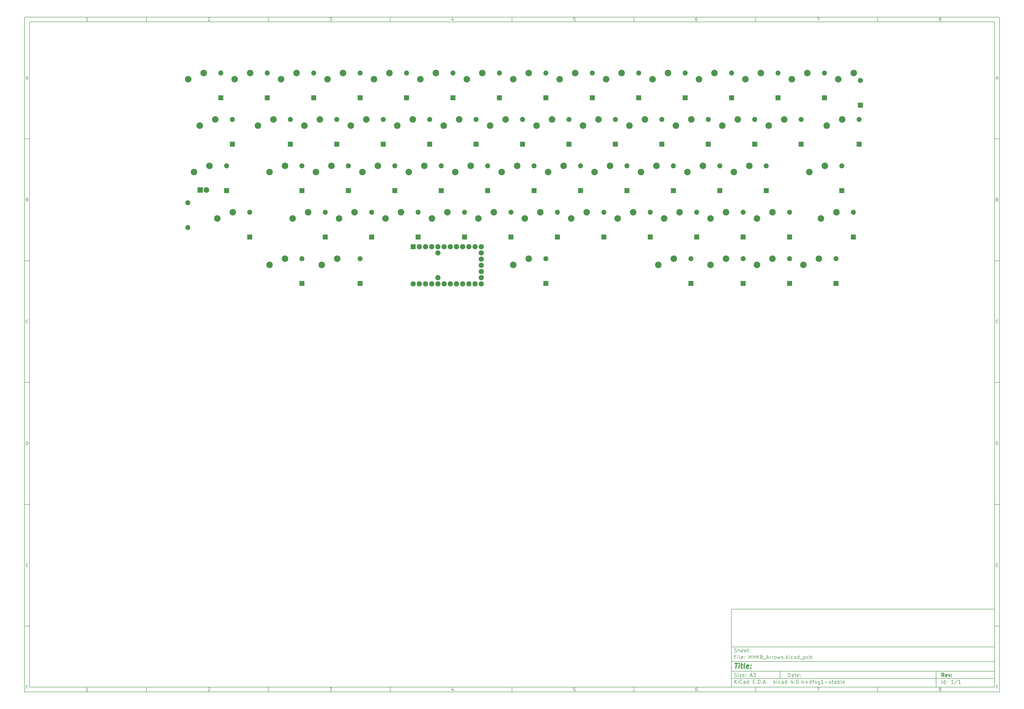
<source format=gbr>
G04 #@! TF.FileFunction,Soldermask,Top*
%FSLAX46Y46*%
G04 Gerber Fmt 4.6, Leading zero omitted, Abs format (unit mm)*
G04 Created by KiCad (PCBNEW 4.0.4+dfsg1-stable) date Tue Nov  8 21:14:36 2016*
%MOMM*%
%LPD*%
G01*
G04 APERTURE LIST*
%ADD10C,0.100000*%
%ADD11C,0.150000*%
%ADD12C,0.300000*%
%ADD13C,0.400000*%
%ADD14C,2.686000*%
%ADD15C,2.051000*%
%ADD16R,2.051000X2.051000*%
%ADD17R,2.152600X2.152600*%
%ADD18C,2.152600*%
%ADD19C,2.305000*%
%ADD20R,2.305000X2.305000*%
G04 APERTURE END LIST*
D10*
D11*
X299989000Y-253002200D02*
X299989000Y-285002200D01*
X407989000Y-285002200D01*
X407989000Y-253002200D01*
X299989000Y-253002200D01*
D10*
D11*
X10000000Y-10000000D02*
X10000000Y-287002200D01*
X409989000Y-287002200D01*
X409989000Y-10000000D01*
X10000000Y-10000000D01*
D10*
D11*
X12000000Y-12000000D02*
X12000000Y-285002200D01*
X407989000Y-285002200D01*
X407989000Y-12000000D01*
X12000000Y-12000000D01*
D10*
D11*
X60000000Y-12000000D02*
X60000000Y-10000000D01*
D10*
D11*
X110000000Y-12000000D02*
X110000000Y-10000000D01*
D10*
D11*
X160000000Y-12000000D02*
X160000000Y-10000000D01*
D10*
D11*
X210000000Y-12000000D02*
X210000000Y-10000000D01*
D10*
D11*
X260000000Y-12000000D02*
X260000000Y-10000000D01*
D10*
D11*
X310000000Y-12000000D02*
X310000000Y-10000000D01*
D10*
D11*
X360000000Y-12000000D02*
X360000000Y-10000000D01*
D10*
D11*
X35990476Y-11588095D02*
X35247619Y-11588095D01*
X35619048Y-11588095D02*
X35619048Y-10288095D01*
X35495238Y-10473810D01*
X35371429Y-10597619D01*
X35247619Y-10659524D01*
D10*
D11*
X85247619Y-10411905D02*
X85309524Y-10350000D01*
X85433333Y-10288095D01*
X85742857Y-10288095D01*
X85866667Y-10350000D01*
X85928571Y-10411905D01*
X85990476Y-10535714D01*
X85990476Y-10659524D01*
X85928571Y-10845238D01*
X85185714Y-11588095D01*
X85990476Y-11588095D01*
D10*
D11*
X135185714Y-10288095D02*
X135990476Y-10288095D01*
X135557143Y-10783333D01*
X135742857Y-10783333D01*
X135866667Y-10845238D01*
X135928571Y-10907143D01*
X135990476Y-11030952D01*
X135990476Y-11340476D01*
X135928571Y-11464286D01*
X135866667Y-11526190D01*
X135742857Y-11588095D01*
X135371429Y-11588095D01*
X135247619Y-11526190D01*
X135185714Y-11464286D01*
D10*
D11*
X185866667Y-10721429D02*
X185866667Y-11588095D01*
X185557143Y-10226190D02*
X185247619Y-11154762D01*
X186052381Y-11154762D01*
D10*
D11*
X235928571Y-10288095D02*
X235309524Y-10288095D01*
X235247619Y-10907143D01*
X235309524Y-10845238D01*
X235433333Y-10783333D01*
X235742857Y-10783333D01*
X235866667Y-10845238D01*
X235928571Y-10907143D01*
X235990476Y-11030952D01*
X235990476Y-11340476D01*
X235928571Y-11464286D01*
X235866667Y-11526190D01*
X235742857Y-11588095D01*
X235433333Y-11588095D01*
X235309524Y-11526190D01*
X235247619Y-11464286D01*
D10*
D11*
X285866667Y-10288095D02*
X285619048Y-10288095D01*
X285495238Y-10350000D01*
X285433333Y-10411905D01*
X285309524Y-10597619D01*
X285247619Y-10845238D01*
X285247619Y-11340476D01*
X285309524Y-11464286D01*
X285371429Y-11526190D01*
X285495238Y-11588095D01*
X285742857Y-11588095D01*
X285866667Y-11526190D01*
X285928571Y-11464286D01*
X285990476Y-11340476D01*
X285990476Y-11030952D01*
X285928571Y-10907143D01*
X285866667Y-10845238D01*
X285742857Y-10783333D01*
X285495238Y-10783333D01*
X285371429Y-10845238D01*
X285309524Y-10907143D01*
X285247619Y-11030952D01*
D10*
D11*
X335185714Y-10288095D02*
X336052381Y-10288095D01*
X335495238Y-11588095D01*
D10*
D11*
X385495238Y-10845238D02*
X385371429Y-10783333D01*
X385309524Y-10721429D01*
X385247619Y-10597619D01*
X385247619Y-10535714D01*
X385309524Y-10411905D01*
X385371429Y-10350000D01*
X385495238Y-10288095D01*
X385742857Y-10288095D01*
X385866667Y-10350000D01*
X385928571Y-10411905D01*
X385990476Y-10535714D01*
X385990476Y-10597619D01*
X385928571Y-10721429D01*
X385866667Y-10783333D01*
X385742857Y-10845238D01*
X385495238Y-10845238D01*
X385371429Y-10907143D01*
X385309524Y-10969048D01*
X385247619Y-11092857D01*
X385247619Y-11340476D01*
X385309524Y-11464286D01*
X385371429Y-11526190D01*
X385495238Y-11588095D01*
X385742857Y-11588095D01*
X385866667Y-11526190D01*
X385928571Y-11464286D01*
X385990476Y-11340476D01*
X385990476Y-11092857D01*
X385928571Y-10969048D01*
X385866667Y-10907143D01*
X385742857Y-10845238D01*
D10*
D11*
X60000000Y-285002200D02*
X60000000Y-287002200D01*
D10*
D11*
X110000000Y-285002200D02*
X110000000Y-287002200D01*
D10*
D11*
X160000000Y-285002200D02*
X160000000Y-287002200D01*
D10*
D11*
X210000000Y-285002200D02*
X210000000Y-287002200D01*
D10*
D11*
X260000000Y-285002200D02*
X260000000Y-287002200D01*
D10*
D11*
X310000000Y-285002200D02*
X310000000Y-287002200D01*
D10*
D11*
X360000000Y-285002200D02*
X360000000Y-287002200D01*
D10*
D11*
X35990476Y-286590295D02*
X35247619Y-286590295D01*
X35619048Y-286590295D02*
X35619048Y-285290295D01*
X35495238Y-285476010D01*
X35371429Y-285599819D01*
X35247619Y-285661724D01*
D10*
D11*
X85247619Y-285414105D02*
X85309524Y-285352200D01*
X85433333Y-285290295D01*
X85742857Y-285290295D01*
X85866667Y-285352200D01*
X85928571Y-285414105D01*
X85990476Y-285537914D01*
X85990476Y-285661724D01*
X85928571Y-285847438D01*
X85185714Y-286590295D01*
X85990476Y-286590295D01*
D10*
D11*
X135185714Y-285290295D02*
X135990476Y-285290295D01*
X135557143Y-285785533D01*
X135742857Y-285785533D01*
X135866667Y-285847438D01*
X135928571Y-285909343D01*
X135990476Y-286033152D01*
X135990476Y-286342676D01*
X135928571Y-286466486D01*
X135866667Y-286528390D01*
X135742857Y-286590295D01*
X135371429Y-286590295D01*
X135247619Y-286528390D01*
X135185714Y-286466486D01*
D10*
D11*
X185866667Y-285723629D02*
X185866667Y-286590295D01*
X185557143Y-285228390D02*
X185247619Y-286156962D01*
X186052381Y-286156962D01*
D10*
D11*
X235928571Y-285290295D02*
X235309524Y-285290295D01*
X235247619Y-285909343D01*
X235309524Y-285847438D01*
X235433333Y-285785533D01*
X235742857Y-285785533D01*
X235866667Y-285847438D01*
X235928571Y-285909343D01*
X235990476Y-286033152D01*
X235990476Y-286342676D01*
X235928571Y-286466486D01*
X235866667Y-286528390D01*
X235742857Y-286590295D01*
X235433333Y-286590295D01*
X235309524Y-286528390D01*
X235247619Y-286466486D01*
D10*
D11*
X285866667Y-285290295D02*
X285619048Y-285290295D01*
X285495238Y-285352200D01*
X285433333Y-285414105D01*
X285309524Y-285599819D01*
X285247619Y-285847438D01*
X285247619Y-286342676D01*
X285309524Y-286466486D01*
X285371429Y-286528390D01*
X285495238Y-286590295D01*
X285742857Y-286590295D01*
X285866667Y-286528390D01*
X285928571Y-286466486D01*
X285990476Y-286342676D01*
X285990476Y-286033152D01*
X285928571Y-285909343D01*
X285866667Y-285847438D01*
X285742857Y-285785533D01*
X285495238Y-285785533D01*
X285371429Y-285847438D01*
X285309524Y-285909343D01*
X285247619Y-286033152D01*
D10*
D11*
X335185714Y-285290295D02*
X336052381Y-285290295D01*
X335495238Y-286590295D01*
D10*
D11*
X385495238Y-285847438D02*
X385371429Y-285785533D01*
X385309524Y-285723629D01*
X385247619Y-285599819D01*
X385247619Y-285537914D01*
X385309524Y-285414105D01*
X385371429Y-285352200D01*
X385495238Y-285290295D01*
X385742857Y-285290295D01*
X385866667Y-285352200D01*
X385928571Y-285414105D01*
X385990476Y-285537914D01*
X385990476Y-285599819D01*
X385928571Y-285723629D01*
X385866667Y-285785533D01*
X385742857Y-285847438D01*
X385495238Y-285847438D01*
X385371429Y-285909343D01*
X385309524Y-285971248D01*
X385247619Y-286095057D01*
X385247619Y-286342676D01*
X385309524Y-286466486D01*
X385371429Y-286528390D01*
X385495238Y-286590295D01*
X385742857Y-286590295D01*
X385866667Y-286528390D01*
X385928571Y-286466486D01*
X385990476Y-286342676D01*
X385990476Y-286095057D01*
X385928571Y-285971248D01*
X385866667Y-285909343D01*
X385742857Y-285847438D01*
D10*
D11*
X10000000Y-60000000D02*
X12000000Y-60000000D01*
D10*
D11*
X10000000Y-110000000D02*
X12000000Y-110000000D01*
D10*
D11*
X10000000Y-160000000D02*
X12000000Y-160000000D01*
D10*
D11*
X10000000Y-210000000D02*
X12000000Y-210000000D01*
D10*
D11*
X10000000Y-260000000D02*
X12000000Y-260000000D01*
D10*
D11*
X10690476Y-35216667D02*
X11309524Y-35216667D01*
X10566667Y-35588095D02*
X11000000Y-34288095D01*
X11433333Y-35588095D01*
D10*
D11*
X11092857Y-84907143D02*
X11278571Y-84969048D01*
X11340476Y-85030952D01*
X11402381Y-85154762D01*
X11402381Y-85340476D01*
X11340476Y-85464286D01*
X11278571Y-85526190D01*
X11154762Y-85588095D01*
X10659524Y-85588095D01*
X10659524Y-84288095D01*
X11092857Y-84288095D01*
X11216667Y-84350000D01*
X11278571Y-84411905D01*
X11340476Y-84535714D01*
X11340476Y-84659524D01*
X11278571Y-84783333D01*
X11216667Y-84845238D01*
X11092857Y-84907143D01*
X10659524Y-84907143D01*
D10*
D11*
X11402381Y-135464286D02*
X11340476Y-135526190D01*
X11154762Y-135588095D01*
X11030952Y-135588095D01*
X10845238Y-135526190D01*
X10721429Y-135402381D01*
X10659524Y-135278571D01*
X10597619Y-135030952D01*
X10597619Y-134845238D01*
X10659524Y-134597619D01*
X10721429Y-134473810D01*
X10845238Y-134350000D01*
X11030952Y-134288095D01*
X11154762Y-134288095D01*
X11340476Y-134350000D01*
X11402381Y-134411905D01*
D10*
D11*
X10659524Y-185588095D02*
X10659524Y-184288095D01*
X10969048Y-184288095D01*
X11154762Y-184350000D01*
X11278571Y-184473810D01*
X11340476Y-184597619D01*
X11402381Y-184845238D01*
X11402381Y-185030952D01*
X11340476Y-185278571D01*
X11278571Y-185402381D01*
X11154762Y-185526190D01*
X10969048Y-185588095D01*
X10659524Y-185588095D01*
D10*
D11*
X10721429Y-234907143D02*
X11154762Y-234907143D01*
X11340476Y-235588095D02*
X10721429Y-235588095D01*
X10721429Y-234288095D01*
X11340476Y-234288095D01*
D10*
D11*
X11185714Y-284907143D02*
X10752381Y-284907143D01*
X10752381Y-285588095D02*
X10752381Y-284288095D01*
X11371428Y-284288095D01*
D10*
D11*
X409989000Y-60000000D02*
X407989000Y-60000000D01*
D10*
D11*
X409989000Y-110000000D02*
X407989000Y-110000000D01*
D10*
D11*
X409989000Y-160000000D02*
X407989000Y-160000000D01*
D10*
D11*
X409989000Y-210000000D02*
X407989000Y-210000000D01*
D10*
D11*
X409989000Y-260000000D02*
X407989000Y-260000000D01*
D10*
D11*
X408679476Y-35216667D02*
X409298524Y-35216667D01*
X408555667Y-35588095D02*
X408989000Y-34288095D01*
X409422333Y-35588095D01*
D10*
D11*
X409081857Y-84907143D02*
X409267571Y-84969048D01*
X409329476Y-85030952D01*
X409391381Y-85154762D01*
X409391381Y-85340476D01*
X409329476Y-85464286D01*
X409267571Y-85526190D01*
X409143762Y-85588095D01*
X408648524Y-85588095D01*
X408648524Y-84288095D01*
X409081857Y-84288095D01*
X409205667Y-84350000D01*
X409267571Y-84411905D01*
X409329476Y-84535714D01*
X409329476Y-84659524D01*
X409267571Y-84783333D01*
X409205667Y-84845238D01*
X409081857Y-84907143D01*
X408648524Y-84907143D01*
D10*
D11*
X409391381Y-135464286D02*
X409329476Y-135526190D01*
X409143762Y-135588095D01*
X409019952Y-135588095D01*
X408834238Y-135526190D01*
X408710429Y-135402381D01*
X408648524Y-135278571D01*
X408586619Y-135030952D01*
X408586619Y-134845238D01*
X408648524Y-134597619D01*
X408710429Y-134473810D01*
X408834238Y-134350000D01*
X409019952Y-134288095D01*
X409143762Y-134288095D01*
X409329476Y-134350000D01*
X409391381Y-134411905D01*
D10*
D11*
X408648524Y-185588095D02*
X408648524Y-184288095D01*
X408958048Y-184288095D01*
X409143762Y-184350000D01*
X409267571Y-184473810D01*
X409329476Y-184597619D01*
X409391381Y-184845238D01*
X409391381Y-185030952D01*
X409329476Y-185278571D01*
X409267571Y-185402381D01*
X409143762Y-185526190D01*
X408958048Y-185588095D01*
X408648524Y-185588095D01*
D10*
D11*
X408710429Y-234907143D02*
X409143762Y-234907143D01*
X409329476Y-235588095D02*
X408710429Y-235588095D01*
X408710429Y-234288095D01*
X409329476Y-234288095D01*
D10*
D11*
X409174714Y-284907143D02*
X408741381Y-284907143D01*
X408741381Y-285588095D02*
X408741381Y-284288095D01*
X409360428Y-284288095D01*
D10*
D11*
X323346143Y-280780771D02*
X323346143Y-279280771D01*
X323703286Y-279280771D01*
X323917571Y-279352200D01*
X324060429Y-279495057D01*
X324131857Y-279637914D01*
X324203286Y-279923629D01*
X324203286Y-280137914D01*
X324131857Y-280423629D01*
X324060429Y-280566486D01*
X323917571Y-280709343D01*
X323703286Y-280780771D01*
X323346143Y-280780771D01*
X325489000Y-280780771D02*
X325489000Y-279995057D01*
X325417571Y-279852200D01*
X325274714Y-279780771D01*
X324989000Y-279780771D01*
X324846143Y-279852200D01*
X325489000Y-280709343D02*
X325346143Y-280780771D01*
X324989000Y-280780771D01*
X324846143Y-280709343D01*
X324774714Y-280566486D01*
X324774714Y-280423629D01*
X324846143Y-280280771D01*
X324989000Y-280209343D01*
X325346143Y-280209343D01*
X325489000Y-280137914D01*
X325989000Y-279780771D02*
X326560429Y-279780771D01*
X326203286Y-279280771D02*
X326203286Y-280566486D01*
X326274714Y-280709343D01*
X326417572Y-280780771D01*
X326560429Y-280780771D01*
X327631857Y-280709343D02*
X327489000Y-280780771D01*
X327203286Y-280780771D01*
X327060429Y-280709343D01*
X326989000Y-280566486D01*
X326989000Y-279995057D01*
X327060429Y-279852200D01*
X327203286Y-279780771D01*
X327489000Y-279780771D01*
X327631857Y-279852200D01*
X327703286Y-279995057D01*
X327703286Y-280137914D01*
X326989000Y-280280771D01*
X328346143Y-280637914D02*
X328417571Y-280709343D01*
X328346143Y-280780771D01*
X328274714Y-280709343D01*
X328346143Y-280637914D01*
X328346143Y-280780771D01*
X328346143Y-279852200D02*
X328417571Y-279923629D01*
X328346143Y-279995057D01*
X328274714Y-279923629D01*
X328346143Y-279852200D01*
X328346143Y-279995057D01*
D10*
D11*
X299989000Y-281502200D02*
X407989000Y-281502200D01*
D10*
D11*
X301346143Y-283580771D02*
X301346143Y-282080771D01*
X302203286Y-283580771D02*
X301560429Y-282723629D01*
X302203286Y-282080771D02*
X301346143Y-282937914D01*
X302846143Y-283580771D02*
X302846143Y-282580771D01*
X302846143Y-282080771D02*
X302774714Y-282152200D01*
X302846143Y-282223629D01*
X302917571Y-282152200D01*
X302846143Y-282080771D01*
X302846143Y-282223629D01*
X304417572Y-283437914D02*
X304346143Y-283509343D01*
X304131857Y-283580771D01*
X303989000Y-283580771D01*
X303774715Y-283509343D01*
X303631857Y-283366486D01*
X303560429Y-283223629D01*
X303489000Y-282937914D01*
X303489000Y-282723629D01*
X303560429Y-282437914D01*
X303631857Y-282295057D01*
X303774715Y-282152200D01*
X303989000Y-282080771D01*
X304131857Y-282080771D01*
X304346143Y-282152200D01*
X304417572Y-282223629D01*
X305703286Y-283580771D02*
X305703286Y-282795057D01*
X305631857Y-282652200D01*
X305489000Y-282580771D01*
X305203286Y-282580771D01*
X305060429Y-282652200D01*
X305703286Y-283509343D02*
X305560429Y-283580771D01*
X305203286Y-283580771D01*
X305060429Y-283509343D01*
X304989000Y-283366486D01*
X304989000Y-283223629D01*
X305060429Y-283080771D01*
X305203286Y-283009343D01*
X305560429Y-283009343D01*
X305703286Y-282937914D01*
X307060429Y-283580771D02*
X307060429Y-282080771D01*
X307060429Y-283509343D02*
X306917572Y-283580771D01*
X306631858Y-283580771D01*
X306489000Y-283509343D01*
X306417572Y-283437914D01*
X306346143Y-283295057D01*
X306346143Y-282866486D01*
X306417572Y-282723629D01*
X306489000Y-282652200D01*
X306631858Y-282580771D01*
X306917572Y-282580771D01*
X307060429Y-282652200D01*
X308917572Y-282795057D02*
X309417572Y-282795057D01*
X309631858Y-283580771D02*
X308917572Y-283580771D01*
X308917572Y-282080771D01*
X309631858Y-282080771D01*
X310274715Y-283437914D02*
X310346143Y-283509343D01*
X310274715Y-283580771D01*
X310203286Y-283509343D01*
X310274715Y-283437914D01*
X310274715Y-283580771D01*
X310989001Y-283580771D02*
X310989001Y-282080771D01*
X311346144Y-282080771D01*
X311560429Y-282152200D01*
X311703287Y-282295057D01*
X311774715Y-282437914D01*
X311846144Y-282723629D01*
X311846144Y-282937914D01*
X311774715Y-283223629D01*
X311703287Y-283366486D01*
X311560429Y-283509343D01*
X311346144Y-283580771D01*
X310989001Y-283580771D01*
X312489001Y-283437914D02*
X312560429Y-283509343D01*
X312489001Y-283580771D01*
X312417572Y-283509343D01*
X312489001Y-283437914D01*
X312489001Y-283580771D01*
X313131858Y-283152200D02*
X313846144Y-283152200D01*
X312989001Y-283580771D02*
X313489001Y-282080771D01*
X313989001Y-283580771D01*
X314489001Y-283437914D02*
X314560429Y-283509343D01*
X314489001Y-283580771D01*
X314417572Y-283509343D01*
X314489001Y-283437914D01*
X314489001Y-283580771D01*
X317489001Y-283580771D02*
X317489001Y-282080771D01*
X317631858Y-283009343D02*
X318060429Y-283580771D01*
X318060429Y-282580771D02*
X317489001Y-283152200D01*
X318703287Y-283580771D02*
X318703287Y-282580771D01*
X318703287Y-282080771D02*
X318631858Y-282152200D01*
X318703287Y-282223629D01*
X318774715Y-282152200D01*
X318703287Y-282080771D01*
X318703287Y-282223629D01*
X320060430Y-283509343D02*
X319917573Y-283580771D01*
X319631859Y-283580771D01*
X319489001Y-283509343D01*
X319417573Y-283437914D01*
X319346144Y-283295057D01*
X319346144Y-282866486D01*
X319417573Y-282723629D01*
X319489001Y-282652200D01*
X319631859Y-282580771D01*
X319917573Y-282580771D01*
X320060430Y-282652200D01*
X321346144Y-283580771D02*
X321346144Y-282795057D01*
X321274715Y-282652200D01*
X321131858Y-282580771D01*
X320846144Y-282580771D01*
X320703287Y-282652200D01*
X321346144Y-283509343D02*
X321203287Y-283580771D01*
X320846144Y-283580771D01*
X320703287Y-283509343D01*
X320631858Y-283366486D01*
X320631858Y-283223629D01*
X320703287Y-283080771D01*
X320846144Y-283009343D01*
X321203287Y-283009343D01*
X321346144Y-282937914D01*
X322703287Y-283580771D02*
X322703287Y-282080771D01*
X322703287Y-283509343D02*
X322560430Y-283580771D01*
X322274716Y-283580771D01*
X322131858Y-283509343D01*
X322060430Y-283437914D01*
X321989001Y-283295057D01*
X321989001Y-282866486D01*
X322060430Y-282723629D01*
X322131858Y-282652200D01*
X322274716Y-282580771D01*
X322560430Y-282580771D01*
X322703287Y-282652200D01*
X325203287Y-282580771D02*
X325203287Y-283580771D01*
X324846144Y-282009343D02*
X324489001Y-283080771D01*
X325417573Y-283080771D01*
X325989001Y-283437914D02*
X326060429Y-283509343D01*
X325989001Y-283580771D01*
X325917572Y-283509343D01*
X325989001Y-283437914D01*
X325989001Y-283580771D01*
X326989001Y-282080771D02*
X327131858Y-282080771D01*
X327274715Y-282152200D01*
X327346144Y-282223629D01*
X327417573Y-282366486D01*
X327489001Y-282652200D01*
X327489001Y-283009343D01*
X327417573Y-283295057D01*
X327346144Y-283437914D01*
X327274715Y-283509343D01*
X327131858Y-283580771D01*
X326989001Y-283580771D01*
X326846144Y-283509343D01*
X326774715Y-283437914D01*
X326703287Y-283295057D01*
X326631858Y-283009343D01*
X326631858Y-282652200D01*
X326703287Y-282366486D01*
X326774715Y-282223629D01*
X326846144Y-282152200D01*
X326989001Y-282080771D01*
X328131858Y-283437914D02*
X328203286Y-283509343D01*
X328131858Y-283580771D01*
X328060429Y-283509343D01*
X328131858Y-283437914D01*
X328131858Y-283580771D01*
X329489001Y-282580771D02*
X329489001Y-283580771D01*
X329131858Y-282009343D02*
X328774715Y-283080771D01*
X329703287Y-283080771D01*
X330274715Y-283009343D02*
X331417572Y-283009343D01*
X330846143Y-283580771D02*
X330846143Y-282437914D01*
X332774715Y-283580771D02*
X332774715Y-282080771D01*
X332774715Y-283509343D02*
X332631858Y-283580771D01*
X332346144Y-283580771D01*
X332203286Y-283509343D01*
X332131858Y-283437914D01*
X332060429Y-283295057D01*
X332060429Y-282866486D01*
X332131858Y-282723629D01*
X332203286Y-282652200D01*
X332346144Y-282580771D01*
X332631858Y-282580771D01*
X332774715Y-282652200D01*
X333274715Y-282580771D02*
X333846144Y-282580771D01*
X333489001Y-283580771D02*
X333489001Y-282295057D01*
X333560429Y-282152200D01*
X333703287Y-282080771D01*
X333846144Y-282080771D01*
X334274715Y-283509343D02*
X334417572Y-283580771D01*
X334703287Y-283580771D01*
X334846144Y-283509343D01*
X334917572Y-283366486D01*
X334917572Y-283295057D01*
X334846144Y-283152200D01*
X334703287Y-283080771D01*
X334489001Y-283080771D01*
X334346144Y-283009343D01*
X334274715Y-282866486D01*
X334274715Y-282795057D01*
X334346144Y-282652200D01*
X334489001Y-282580771D01*
X334703287Y-282580771D01*
X334846144Y-282652200D01*
X336203287Y-282580771D02*
X336203287Y-283795057D01*
X336131858Y-283937914D01*
X336060430Y-284009343D01*
X335917573Y-284080771D01*
X335703287Y-284080771D01*
X335560430Y-284009343D01*
X336203287Y-283509343D02*
X336060430Y-283580771D01*
X335774716Y-283580771D01*
X335631858Y-283509343D01*
X335560430Y-283437914D01*
X335489001Y-283295057D01*
X335489001Y-282866486D01*
X335560430Y-282723629D01*
X335631858Y-282652200D01*
X335774716Y-282580771D01*
X336060430Y-282580771D01*
X336203287Y-282652200D01*
X337703287Y-283580771D02*
X336846144Y-283580771D01*
X337274716Y-283580771D02*
X337274716Y-282080771D01*
X337131859Y-282295057D01*
X336989001Y-282437914D01*
X336846144Y-282509343D01*
X338346144Y-283009343D02*
X339489001Y-283009343D01*
X340131858Y-283509343D02*
X340274715Y-283580771D01*
X340560430Y-283580771D01*
X340703287Y-283509343D01*
X340774715Y-283366486D01*
X340774715Y-283295057D01*
X340703287Y-283152200D01*
X340560430Y-283080771D01*
X340346144Y-283080771D01*
X340203287Y-283009343D01*
X340131858Y-282866486D01*
X340131858Y-282795057D01*
X340203287Y-282652200D01*
X340346144Y-282580771D01*
X340560430Y-282580771D01*
X340703287Y-282652200D01*
X341203287Y-282580771D02*
X341774716Y-282580771D01*
X341417573Y-282080771D02*
X341417573Y-283366486D01*
X341489001Y-283509343D01*
X341631859Y-283580771D01*
X341774716Y-283580771D01*
X342917573Y-283580771D02*
X342917573Y-282795057D01*
X342846144Y-282652200D01*
X342703287Y-282580771D01*
X342417573Y-282580771D01*
X342274716Y-282652200D01*
X342917573Y-283509343D02*
X342774716Y-283580771D01*
X342417573Y-283580771D01*
X342274716Y-283509343D01*
X342203287Y-283366486D01*
X342203287Y-283223629D01*
X342274716Y-283080771D01*
X342417573Y-283009343D01*
X342774716Y-283009343D01*
X342917573Y-282937914D01*
X343631859Y-283580771D02*
X343631859Y-282080771D01*
X343631859Y-282652200D02*
X343774716Y-282580771D01*
X344060430Y-282580771D01*
X344203287Y-282652200D01*
X344274716Y-282723629D01*
X344346145Y-282866486D01*
X344346145Y-283295057D01*
X344274716Y-283437914D01*
X344203287Y-283509343D01*
X344060430Y-283580771D01*
X343774716Y-283580771D01*
X343631859Y-283509343D01*
X345203288Y-283580771D02*
X345060430Y-283509343D01*
X344989002Y-283366486D01*
X344989002Y-282080771D01*
X346346144Y-283509343D02*
X346203287Y-283580771D01*
X345917573Y-283580771D01*
X345774716Y-283509343D01*
X345703287Y-283366486D01*
X345703287Y-282795057D01*
X345774716Y-282652200D01*
X345917573Y-282580771D01*
X346203287Y-282580771D01*
X346346144Y-282652200D01*
X346417573Y-282795057D01*
X346417573Y-282937914D01*
X345703287Y-283080771D01*
D10*
D11*
X299989000Y-278502200D02*
X407989000Y-278502200D01*
D10*
D12*
X387203286Y-280780771D02*
X386703286Y-280066486D01*
X386346143Y-280780771D02*
X386346143Y-279280771D01*
X386917571Y-279280771D01*
X387060429Y-279352200D01*
X387131857Y-279423629D01*
X387203286Y-279566486D01*
X387203286Y-279780771D01*
X387131857Y-279923629D01*
X387060429Y-279995057D01*
X386917571Y-280066486D01*
X386346143Y-280066486D01*
X388417571Y-280709343D02*
X388274714Y-280780771D01*
X387989000Y-280780771D01*
X387846143Y-280709343D01*
X387774714Y-280566486D01*
X387774714Y-279995057D01*
X387846143Y-279852200D01*
X387989000Y-279780771D01*
X388274714Y-279780771D01*
X388417571Y-279852200D01*
X388489000Y-279995057D01*
X388489000Y-280137914D01*
X387774714Y-280280771D01*
X388989000Y-279780771D02*
X389346143Y-280780771D01*
X389703285Y-279780771D01*
X390274714Y-280637914D02*
X390346142Y-280709343D01*
X390274714Y-280780771D01*
X390203285Y-280709343D01*
X390274714Y-280637914D01*
X390274714Y-280780771D01*
X390274714Y-279852200D02*
X390346142Y-279923629D01*
X390274714Y-279995057D01*
X390203285Y-279923629D01*
X390274714Y-279852200D01*
X390274714Y-279995057D01*
D10*
D11*
X301274714Y-280709343D02*
X301489000Y-280780771D01*
X301846143Y-280780771D01*
X301989000Y-280709343D01*
X302060429Y-280637914D01*
X302131857Y-280495057D01*
X302131857Y-280352200D01*
X302060429Y-280209343D01*
X301989000Y-280137914D01*
X301846143Y-280066486D01*
X301560429Y-279995057D01*
X301417571Y-279923629D01*
X301346143Y-279852200D01*
X301274714Y-279709343D01*
X301274714Y-279566486D01*
X301346143Y-279423629D01*
X301417571Y-279352200D01*
X301560429Y-279280771D01*
X301917571Y-279280771D01*
X302131857Y-279352200D01*
X302774714Y-280780771D02*
X302774714Y-279780771D01*
X302774714Y-279280771D02*
X302703285Y-279352200D01*
X302774714Y-279423629D01*
X302846142Y-279352200D01*
X302774714Y-279280771D01*
X302774714Y-279423629D01*
X303346143Y-279780771D02*
X304131857Y-279780771D01*
X303346143Y-280780771D01*
X304131857Y-280780771D01*
X305274714Y-280709343D02*
X305131857Y-280780771D01*
X304846143Y-280780771D01*
X304703286Y-280709343D01*
X304631857Y-280566486D01*
X304631857Y-279995057D01*
X304703286Y-279852200D01*
X304846143Y-279780771D01*
X305131857Y-279780771D01*
X305274714Y-279852200D01*
X305346143Y-279995057D01*
X305346143Y-280137914D01*
X304631857Y-280280771D01*
X305989000Y-280637914D02*
X306060428Y-280709343D01*
X305989000Y-280780771D01*
X305917571Y-280709343D01*
X305989000Y-280637914D01*
X305989000Y-280780771D01*
X305989000Y-279852200D02*
X306060428Y-279923629D01*
X305989000Y-279995057D01*
X305917571Y-279923629D01*
X305989000Y-279852200D01*
X305989000Y-279995057D01*
X307774714Y-280352200D02*
X308489000Y-280352200D01*
X307631857Y-280780771D02*
X308131857Y-279280771D01*
X308631857Y-280780771D01*
X308989000Y-279280771D02*
X309917571Y-279280771D01*
X309417571Y-279852200D01*
X309631857Y-279852200D01*
X309774714Y-279923629D01*
X309846143Y-279995057D01*
X309917571Y-280137914D01*
X309917571Y-280495057D01*
X309846143Y-280637914D01*
X309774714Y-280709343D01*
X309631857Y-280780771D01*
X309203285Y-280780771D01*
X309060428Y-280709343D01*
X308989000Y-280637914D01*
D10*
D11*
X386346143Y-283580771D02*
X386346143Y-282080771D01*
X387703286Y-283580771D02*
X387703286Y-282080771D01*
X387703286Y-283509343D02*
X387560429Y-283580771D01*
X387274715Y-283580771D01*
X387131857Y-283509343D01*
X387060429Y-283437914D01*
X386989000Y-283295057D01*
X386989000Y-282866486D01*
X387060429Y-282723629D01*
X387131857Y-282652200D01*
X387274715Y-282580771D01*
X387560429Y-282580771D01*
X387703286Y-282652200D01*
X388417572Y-283437914D02*
X388489000Y-283509343D01*
X388417572Y-283580771D01*
X388346143Y-283509343D01*
X388417572Y-283437914D01*
X388417572Y-283580771D01*
X388417572Y-282652200D02*
X388489000Y-282723629D01*
X388417572Y-282795057D01*
X388346143Y-282723629D01*
X388417572Y-282652200D01*
X388417572Y-282795057D01*
X391060429Y-283580771D02*
X390203286Y-283580771D01*
X390631858Y-283580771D02*
X390631858Y-282080771D01*
X390489001Y-282295057D01*
X390346143Y-282437914D01*
X390203286Y-282509343D01*
X392774714Y-282009343D02*
X391489000Y-283937914D01*
X394060429Y-283580771D02*
X393203286Y-283580771D01*
X393631858Y-283580771D02*
X393631858Y-282080771D01*
X393489001Y-282295057D01*
X393346143Y-282437914D01*
X393203286Y-282509343D01*
D10*
D11*
X299989000Y-274502200D02*
X407989000Y-274502200D01*
D10*
D13*
X301441381Y-275206962D02*
X302584238Y-275206962D01*
X301762810Y-277206962D02*
X302012810Y-275206962D01*
X303000905Y-277206962D02*
X303167571Y-275873629D01*
X303250905Y-275206962D02*
X303143762Y-275302200D01*
X303227095Y-275397438D01*
X303334239Y-275302200D01*
X303250905Y-275206962D01*
X303227095Y-275397438D01*
X303834238Y-275873629D02*
X304596143Y-275873629D01*
X304203286Y-275206962D02*
X303989000Y-276921248D01*
X304060430Y-277111724D01*
X304239001Y-277206962D01*
X304429477Y-277206962D01*
X305381858Y-277206962D02*
X305203287Y-277111724D01*
X305131857Y-276921248D01*
X305346143Y-275206962D01*
X306917572Y-277111724D02*
X306715191Y-277206962D01*
X306334239Y-277206962D01*
X306155667Y-277111724D01*
X306084238Y-276921248D01*
X306179476Y-276159343D01*
X306298524Y-275968867D01*
X306500905Y-275873629D01*
X306881857Y-275873629D01*
X307060429Y-275968867D01*
X307131857Y-276159343D01*
X307108048Y-276349819D01*
X306131857Y-276540295D01*
X307881857Y-277016486D02*
X307965192Y-277111724D01*
X307858048Y-277206962D01*
X307774715Y-277111724D01*
X307881857Y-277016486D01*
X307858048Y-277206962D01*
X308012810Y-275968867D02*
X308096144Y-276064105D01*
X307989000Y-276159343D01*
X307905667Y-276064105D01*
X308012810Y-275968867D01*
X307989000Y-276159343D01*
D10*
D11*
X301846143Y-272595057D02*
X301346143Y-272595057D01*
X301346143Y-273380771D02*
X301346143Y-271880771D01*
X302060429Y-271880771D01*
X302631857Y-273380771D02*
X302631857Y-272380771D01*
X302631857Y-271880771D02*
X302560428Y-271952200D01*
X302631857Y-272023629D01*
X302703285Y-271952200D01*
X302631857Y-271880771D01*
X302631857Y-272023629D01*
X303560429Y-273380771D02*
X303417571Y-273309343D01*
X303346143Y-273166486D01*
X303346143Y-271880771D01*
X304703285Y-273309343D02*
X304560428Y-273380771D01*
X304274714Y-273380771D01*
X304131857Y-273309343D01*
X304060428Y-273166486D01*
X304060428Y-272595057D01*
X304131857Y-272452200D01*
X304274714Y-272380771D01*
X304560428Y-272380771D01*
X304703285Y-272452200D01*
X304774714Y-272595057D01*
X304774714Y-272737914D01*
X304060428Y-272880771D01*
X305417571Y-273237914D02*
X305488999Y-273309343D01*
X305417571Y-273380771D01*
X305346142Y-273309343D01*
X305417571Y-273237914D01*
X305417571Y-273380771D01*
X305417571Y-272452200D02*
X305488999Y-272523629D01*
X305417571Y-272595057D01*
X305346142Y-272523629D01*
X305417571Y-272452200D01*
X305417571Y-272595057D01*
X307274714Y-273380771D02*
X307274714Y-271880771D01*
X307274714Y-272595057D02*
X308131857Y-272595057D01*
X308131857Y-273380771D02*
X308131857Y-271880771D01*
X308846143Y-273380771D02*
X308846143Y-271880771D01*
X308846143Y-272595057D02*
X309703286Y-272595057D01*
X309703286Y-273380771D02*
X309703286Y-271880771D01*
X310417572Y-273380771D02*
X310417572Y-271880771D01*
X311274715Y-273380771D02*
X310631858Y-272523629D01*
X311274715Y-271880771D02*
X310417572Y-272737914D01*
X312417572Y-272595057D02*
X312631858Y-272666486D01*
X312703286Y-272737914D01*
X312774715Y-272880771D01*
X312774715Y-273095057D01*
X312703286Y-273237914D01*
X312631858Y-273309343D01*
X312489000Y-273380771D01*
X311917572Y-273380771D01*
X311917572Y-271880771D01*
X312417572Y-271880771D01*
X312560429Y-271952200D01*
X312631858Y-272023629D01*
X312703286Y-272166486D01*
X312703286Y-272309343D01*
X312631858Y-272452200D01*
X312560429Y-272523629D01*
X312417572Y-272595057D01*
X311917572Y-272595057D01*
X313060429Y-273523629D02*
X314203286Y-273523629D01*
X314489000Y-272952200D02*
X315203286Y-272952200D01*
X314346143Y-273380771D02*
X314846143Y-271880771D01*
X315346143Y-273380771D01*
X315846143Y-273380771D02*
X315846143Y-272380771D01*
X315846143Y-272666486D02*
X315917571Y-272523629D01*
X315989000Y-272452200D01*
X316131857Y-272380771D01*
X316274714Y-272380771D01*
X316774714Y-273380771D02*
X316774714Y-272380771D01*
X316774714Y-272666486D02*
X316846142Y-272523629D01*
X316917571Y-272452200D01*
X317060428Y-272380771D01*
X317203285Y-272380771D01*
X317917571Y-273380771D02*
X317774713Y-273309343D01*
X317703285Y-273237914D01*
X317631856Y-273095057D01*
X317631856Y-272666486D01*
X317703285Y-272523629D01*
X317774713Y-272452200D01*
X317917571Y-272380771D01*
X318131856Y-272380771D01*
X318274713Y-272452200D01*
X318346142Y-272523629D01*
X318417571Y-272666486D01*
X318417571Y-273095057D01*
X318346142Y-273237914D01*
X318274713Y-273309343D01*
X318131856Y-273380771D01*
X317917571Y-273380771D01*
X318917571Y-272380771D02*
X319203285Y-273380771D01*
X319488999Y-272666486D01*
X319774714Y-273380771D01*
X320060428Y-272380771D01*
X320560428Y-273309343D02*
X320703285Y-273380771D01*
X320989000Y-273380771D01*
X321131857Y-273309343D01*
X321203285Y-273166486D01*
X321203285Y-273095057D01*
X321131857Y-272952200D01*
X320989000Y-272880771D01*
X320774714Y-272880771D01*
X320631857Y-272809343D01*
X320560428Y-272666486D01*
X320560428Y-272595057D01*
X320631857Y-272452200D01*
X320774714Y-272380771D01*
X320989000Y-272380771D01*
X321131857Y-272452200D01*
X321846143Y-273237914D02*
X321917571Y-273309343D01*
X321846143Y-273380771D01*
X321774714Y-273309343D01*
X321846143Y-273237914D01*
X321846143Y-273380771D01*
X322560429Y-273380771D02*
X322560429Y-271880771D01*
X322703286Y-272809343D02*
X323131857Y-273380771D01*
X323131857Y-272380771D02*
X322560429Y-272952200D01*
X323774715Y-273380771D02*
X323774715Y-272380771D01*
X323774715Y-271880771D02*
X323703286Y-271952200D01*
X323774715Y-272023629D01*
X323846143Y-271952200D01*
X323774715Y-271880771D01*
X323774715Y-272023629D01*
X325131858Y-273309343D02*
X324989001Y-273380771D01*
X324703287Y-273380771D01*
X324560429Y-273309343D01*
X324489001Y-273237914D01*
X324417572Y-273095057D01*
X324417572Y-272666486D01*
X324489001Y-272523629D01*
X324560429Y-272452200D01*
X324703287Y-272380771D01*
X324989001Y-272380771D01*
X325131858Y-272452200D01*
X326417572Y-273380771D02*
X326417572Y-272595057D01*
X326346143Y-272452200D01*
X326203286Y-272380771D01*
X325917572Y-272380771D01*
X325774715Y-272452200D01*
X326417572Y-273309343D02*
X326274715Y-273380771D01*
X325917572Y-273380771D01*
X325774715Y-273309343D01*
X325703286Y-273166486D01*
X325703286Y-273023629D01*
X325774715Y-272880771D01*
X325917572Y-272809343D01*
X326274715Y-272809343D01*
X326417572Y-272737914D01*
X327774715Y-273380771D02*
X327774715Y-271880771D01*
X327774715Y-273309343D02*
X327631858Y-273380771D01*
X327346144Y-273380771D01*
X327203286Y-273309343D01*
X327131858Y-273237914D01*
X327060429Y-273095057D01*
X327060429Y-272666486D01*
X327131858Y-272523629D01*
X327203286Y-272452200D01*
X327346144Y-272380771D01*
X327631858Y-272380771D01*
X327774715Y-272452200D01*
X328131858Y-273523629D02*
X329274715Y-273523629D01*
X329631858Y-272380771D02*
X329631858Y-273880771D01*
X329631858Y-272452200D02*
X329774715Y-272380771D01*
X330060429Y-272380771D01*
X330203286Y-272452200D01*
X330274715Y-272523629D01*
X330346144Y-272666486D01*
X330346144Y-273095057D01*
X330274715Y-273237914D01*
X330203286Y-273309343D01*
X330060429Y-273380771D01*
X329774715Y-273380771D01*
X329631858Y-273309343D01*
X331631858Y-273309343D02*
X331489001Y-273380771D01*
X331203287Y-273380771D01*
X331060429Y-273309343D01*
X330989001Y-273237914D01*
X330917572Y-273095057D01*
X330917572Y-272666486D01*
X330989001Y-272523629D01*
X331060429Y-272452200D01*
X331203287Y-272380771D01*
X331489001Y-272380771D01*
X331631858Y-272452200D01*
X332274715Y-273380771D02*
X332274715Y-271880771D01*
X332274715Y-272452200D02*
X332417572Y-272380771D01*
X332703286Y-272380771D01*
X332846143Y-272452200D01*
X332917572Y-272523629D01*
X332989001Y-272666486D01*
X332989001Y-273095057D01*
X332917572Y-273237914D01*
X332846143Y-273309343D01*
X332703286Y-273380771D01*
X332417572Y-273380771D01*
X332274715Y-273309343D01*
D10*
D11*
X299989000Y-268502200D02*
X407989000Y-268502200D01*
D10*
D11*
X301274714Y-270609343D02*
X301489000Y-270680771D01*
X301846143Y-270680771D01*
X301989000Y-270609343D01*
X302060429Y-270537914D01*
X302131857Y-270395057D01*
X302131857Y-270252200D01*
X302060429Y-270109343D01*
X301989000Y-270037914D01*
X301846143Y-269966486D01*
X301560429Y-269895057D01*
X301417571Y-269823629D01*
X301346143Y-269752200D01*
X301274714Y-269609343D01*
X301274714Y-269466486D01*
X301346143Y-269323629D01*
X301417571Y-269252200D01*
X301560429Y-269180771D01*
X301917571Y-269180771D01*
X302131857Y-269252200D01*
X302774714Y-270680771D02*
X302774714Y-269180771D01*
X303417571Y-270680771D02*
X303417571Y-269895057D01*
X303346142Y-269752200D01*
X303203285Y-269680771D01*
X302989000Y-269680771D01*
X302846142Y-269752200D01*
X302774714Y-269823629D01*
X304703285Y-270609343D02*
X304560428Y-270680771D01*
X304274714Y-270680771D01*
X304131857Y-270609343D01*
X304060428Y-270466486D01*
X304060428Y-269895057D01*
X304131857Y-269752200D01*
X304274714Y-269680771D01*
X304560428Y-269680771D01*
X304703285Y-269752200D01*
X304774714Y-269895057D01*
X304774714Y-270037914D01*
X304060428Y-270180771D01*
X305988999Y-270609343D02*
X305846142Y-270680771D01*
X305560428Y-270680771D01*
X305417571Y-270609343D01*
X305346142Y-270466486D01*
X305346142Y-269895057D01*
X305417571Y-269752200D01*
X305560428Y-269680771D01*
X305846142Y-269680771D01*
X305988999Y-269752200D01*
X306060428Y-269895057D01*
X306060428Y-270037914D01*
X305346142Y-270180771D01*
X306488999Y-269680771D02*
X307060428Y-269680771D01*
X306703285Y-269180771D02*
X306703285Y-270466486D01*
X306774713Y-270609343D01*
X306917571Y-270680771D01*
X307060428Y-270680771D01*
X307560428Y-270537914D02*
X307631856Y-270609343D01*
X307560428Y-270680771D01*
X307488999Y-270609343D01*
X307560428Y-270537914D01*
X307560428Y-270680771D01*
X307560428Y-269752200D02*
X307631856Y-269823629D01*
X307560428Y-269895057D01*
X307488999Y-269823629D01*
X307560428Y-269752200D01*
X307560428Y-269895057D01*
D10*
D11*
X319989000Y-278502200D02*
X319989000Y-281502200D01*
D10*
D11*
X383989000Y-278502200D02*
X383989000Y-285002200D01*
D14*
X85883750Y-71120000D03*
X79533750Y-73660000D03*
X216852500Y-109220000D03*
X210502500Y-111760000D03*
D15*
X147637500Y-109220000D03*
D16*
X147637500Y-119380000D03*
D14*
X95408750Y-90170000D03*
X89058750Y-92710000D03*
D15*
X342900000Y-109220000D03*
D16*
X342900000Y-119380000D03*
D15*
X323850000Y-109220000D03*
D16*
X323850000Y-119380000D03*
D15*
X304800000Y-109220000D03*
D16*
X304800000Y-119380000D03*
D15*
X283368750Y-109220000D03*
D16*
X283368750Y-119380000D03*
D15*
X223837500Y-109220000D03*
D16*
X223837500Y-119380000D03*
D15*
X123825000Y-109220000D03*
D16*
X123825000Y-119380000D03*
D15*
X285750000Y-90170000D03*
D16*
X285750000Y-100330000D03*
D15*
X350043750Y-90170000D03*
D16*
X350043750Y-100330000D03*
D15*
X323850000Y-90170000D03*
D16*
X323850000Y-100330000D03*
D15*
X304800000Y-90170000D03*
D16*
X304800000Y-100330000D03*
D15*
X266700000Y-90170000D03*
D16*
X266700000Y-100330000D03*
D15*
X247650000Y-90170000D03*
D16*
X247650000Y-100330000D03*
D15*
X228600000Y-90170000D03*
D16*
X228600000Y-100330000D03*
D15*
X209550000Y-90170000D03*
D16*
X209550000Y-100330000D03*
D15*
X190500000Y-90170000D03*
D16*
X190500000Y-100330000D03*
D15*
X171450000Y-90170000D03*
D16*
X171450000Y-100330000D03*
D15*
X152400000Y-90170000D03*
D16*
X152400000Y-100330000D03*
D15*
X133350000Y-90170000D03*
D16*
X133350000Y-100330000D03*
D15*
X102393750Y-90170000D03*
D16*
X102393750Y-100330000D03*
D15*
X345281250Y-71120000D03*
D16*
X345281250Y-81280000D03*
D15*
X314325000Y-71120000D03*
D16*
X314325000Y-81280000D03*
D15*
X295275000Y-71120000D03*
D16*
X295275000Y-81280000D03*
D15*
X276225000Y-71120000D03*
D16*
X276225000Y-81280000D03*
D15*
X257175000Y-71120000D03*
D16*
X257175000Y-81280000D03*
D15*
X238125000Y-71120000D03*
D16*
X238125000Y-81280000D03*
D15*
X219075000Y-71120000D03*
D16*
X219075000Y-81280000D03*
D15*
X200025000Y-71120000D03*
D16*
X200025000Y-81280000D03*
D15*
X180975000Y-71120000D03*
D16*
X180975000Y-81280000D03*
D15*
X161925000Y-71120000D03*
D16*
X161925000Y-81280000D03*
D15*
X142875000Y-71120000D03*
D16*
X142875000Y-81280000D03*
D15*
X123825000Y-71120000D03*
D16*
X123825000Y-81280000D03*
D15*
X92868750Y-71120000D03*
D16*
X92868750Y-81280000D03*
D15*
X352425000Y-52070000D03*
D16*
X352425000Y-62230000D03*
D15*
X328612500Y-52070000D03*
D16*
X328612500Y-62230000D03*
D15*
X309562500Y-52070000D03*
D16*
X309562500Y-62230000D03*
D15*
X290512500Y-52070000D03*
D16*
X290512500Y-62230000D03*
D15*
X271462500Y-52070000D03*
D16*
X271462500Y-62230000D03*
D15*
X252412500Y-52070000D03*
D16*
X252412500Y-62230000D03*
D15*
X233362500Y-52070000D03*
D16*
X233362500Y-62230000D03*
D15*
X214312500Y-52070000D03*
D16*
X214312500Y-62230000D03*
D15*
X195262500Y-52070000D03*
D16*
X195262500Y-62230000D03*
D15*
X176212500Y-52070000D03*
D16*
X176212500Y-62230000D03*
D15*
X157162500Y-52070000D03*
D16*
X157162500Y-62230000D03*
D15*
X138112500Y-52070000D03*
D16*
X138112500Y-62230000D03*
D15*
X119062500Y-52070000D03*
D16*
X119062500Y-62230000D03*
D15*
X95250000Y-52070000D03*
D16*
X95250000Y-62230000D03*
D15*
X352901250Y-36036250D03*
D16*
X352901250Y-46196250D03*
D15*
X338137500Y-33020000D03*
D16*
X338137500Y-43180000D03*
D15*
X319087500Y-33020000D03*
D16*
X319087500Y-43180000D03*
D15*
X300037500Y-33020000D03*
D16*
X300037500Y-43180000D03*
D15*
X280987500Y-33020000D03*
D16*
X280987500Y-43180000D03*
D15*
X261937500Y-33020000D03*
D16*
X261937500Y-43180000D03*
D15*
X242887500Y-33020000D03*
D16*
X242887500Y-43180000D03*
D15*
X223837500Y-33020000D03*
D16*
X223837500Y-43180000D03*
D15*
X204787500Y-33020000D03*
D16*
X204787500Y-43180000D03*
D15*
X185737500Y-33020000D03*
D16*
X185737500Y-43180000D03*
D15*
X166687500Y-33020000D03*
D16*
X166687500Y-43180000D03*
D15*
X147637500Y-33020000D03*
D16*
X147637500Y-43180000D03*
D15*
X128587500Y-33020000D03*
D16*
X128587500Y-43180000D03*
D15*
X109537500Y-33020000D03*
D16*
X109537500Y-43180000D03*
D15*
X90487500Y-33020000D03*
D16*
X90487500Y-43180000D03*
D17*
X169386250Y-104298750D03*
D18*
X171926250Y-104298750D03*
X174466250Y-104298750D03*
X177006250Y-104298750D03*
X179546250Y-104298750D03*
X182086250Y-104298750D03*
X184626250Y-104298750D03*
X187166250Y-104298750D03*
X189706250Y-104298750D03*
X192246250Y-104298750D03*
X194786250Y-104298750D03*
X197326250Y-104298750D03*
X197326250Y-106838750D03*
X197326250Y-109378750D03*
X197326250Y-111918750D03*
X197326250Y-114458750D03*
X197326250Y-116998750D03*
X197326250Y-119538750D03*
X194786250Y-119538750D03*
X192246250Y-119538750D03*
X189706250Y-119538750D03*
X187166250Y-119538750D03*
X184626250Y-119538750D03*
X182086250Y-119538750D03*
X179546250Y-119538750D03*
X177006250Y-119538750D03*
X174466250Y-119538750D03*
X171926250Y-119538750D03*
X169386250Y-119538750D03*
X179546250Y-116998750D03*
X179546250Y-106838750D03*
D14*
X88265000Y-52070000D03*
X81915000Y-54610000D03*
X345440000Y-52070000D03*
X339090000Y-54610000D03*
X338296250Y-71120000D03*
X331946250Y-73660000D03*
X343058750Y-90170000D03*
X336708750Y-92710000D03*
X138271250Y-109220000D03*
X131921250Y-111760000D03*
X276383750Y-109220000D03*
X270033750Y-111760000D03*
X83502500Y-33020000D03*
X77152500Y-35560000D03*
X183515000Y-90170000D03*
X177165000Y-92710000D03*
X350202500Y-33020000D03*
X343852500Y-35560000D03*
X102552500Y-33020000D03*
X96202500Y-35560000D03*
X121602500Y-33020000D03*
X115252500Y-35560000D03*
X140652500Y-33020000D03*
X134302500Y-35560000D03*
X159702500Y-33020000D03*
X153352500Y-35560000D03*
X178752500Y-33020000D03*
X172402500Y-35560000D03*
X197802500Y-33020000D03*
X191452500Y-35560000D03*
X216852500Y-33020000D03*
X210502500Y-35560000D03*
X235902500Y-33020000D03*
X229552500Y-35560000D03*
X254952500Y-33020000D03*
X248602500Y-35560000D03*
X274002500Y-33020000D03*
X267652500Y-35560000D03*
X293052500Y-33020000D03*
X286702500Y-35560000D03*
X312102500Y-33020000D03*
X305752500Y-35560000D03*
X331152500Y-33020000D03*
X324802500Y-35560000D03*
X112077500Y-52070000D03*
X105727500Y-54610000D03*
X131127500Y-52070000D03*
X124777500Y-54610000D03*
X150177500Y-52070000D03*
X143827500Y-54610000D03*
X169227500Y-52070000D03*
X162877500Y-54610000D03*
X188277500Y-52070000D03*
X181927500Y-54610000D03*
X207327500Y-52070000D03*
X200977500Y-54610000D03*
X226377500Y-52070000D03*
X220027500Y-54610000D03*
X245427500Y-52070000D03*
X239077500Y-54610000D03*
X264477500Y-52070000D03*
X258127500Y-54610000D03*
X283527500Y-52070000D03*
X277177500Y-54610000D03*
X302577500Y-52070000D03*
X296227500Y-54610000D03*
X321627500Y-52070000D03*
X315277500Y-54610000D03*
X116840000Y-71120000D03*
X110490000Y-73660000D03*
X135890000Y-71120000D03*
X129540000Y-73660000D03*
X154940000Y-71120000D03*
X148590000Y-73660000D03*
X173990000Y-71120000D03*
X167640000Y-73660000D03*
X193040000Y-71120000D03*
X186690000Y-73660000D03*
X212090000Y-71120000D03*
X205740000Y-73660000D03*
X231140000Y-71120000D03*
X224790000Y-73660000D03*
X250190000Y-71120000D03*
X243840000Y-73660000D03*
X269240000Y-71120000D03*
X262890000Y-73660000D03*
X288290000Y-71120000D03*
X281940000Y-73660000D03*
X307340000Y-71120000D03*
X300990000Y-73660000D03*
X126365000Y-90170000D03*
X120015000Y-92710000D03*
X145415000Y-90170000D03*
X139065000Y-92710000D03*
X164465000Y-90170000D03*
X158115000Y-92710000D03*
X202565000Y-90170000D03*
X196215000Y-92710000D03*
X221615000Y-90170000D03*
X215265000Y-92710000D03*
X240665000Y-90170000D03*
X234315000Y-92710000D03*
X259715000Y-90170000D03*
X253365000Y-92710000D03*
X278765000Y-90170000D03*
X272415000Y-92710000D03*
X297815000Y-90170000D03*
X291465000Y-92710000D03*
X316865000Y-90170000D03*
X310515000Y-92710000D03*
X116840000Y-109220000D03*
X110490000Y-111760000D03*
X297815000Y-109220000D03*
X291465000Y-111760000D03*
X316865000Y-109220000D03*
X310515000Y-111760000D03*
X335915000Y-109220000D03*
X329565000Y-111760000D03*
D19*
X84613750Y-80962500D03*
D20*
X82073750Y-80962500D03*
D15*
X76993750Y-96361250D03*
X76993750Y-86201250D03*
M02*

</source>
